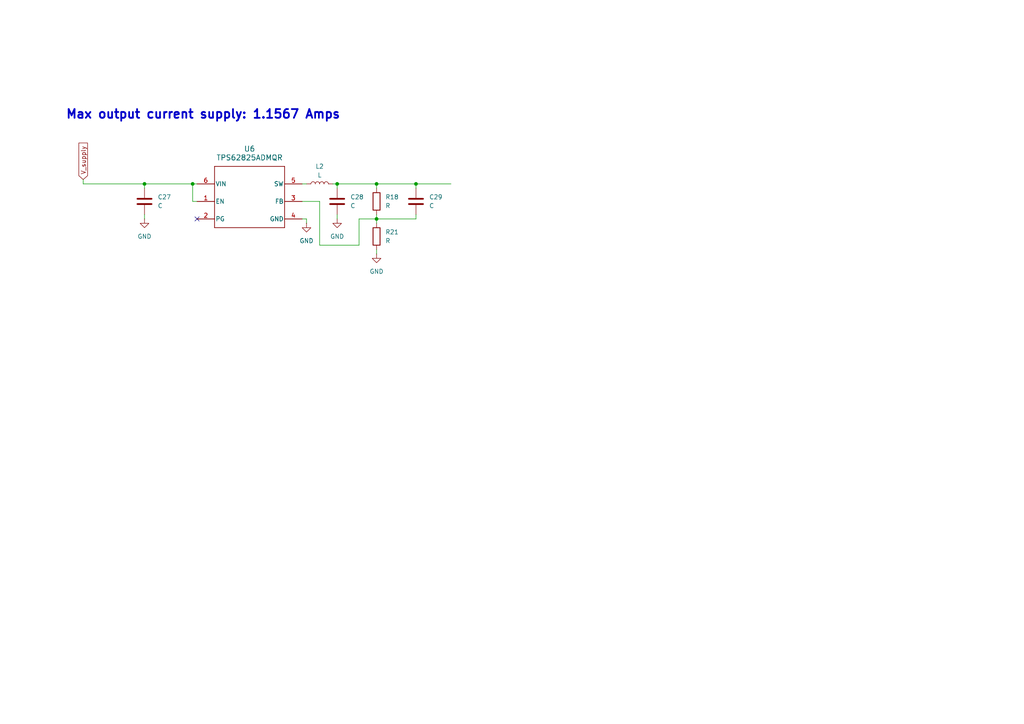
<source format=kicad_sch>
(kicad_sch (version 20231120) (generator "eeschema") (generator_version "8.0")
  (paper "A4")
  (lib_symbols
    (symbol "Device:C" (pin_numbers hide) (pin_names (offset 0.254))
      (property "Reference" "C" (at 0.635 2.54 0))
      (property "Value" "C" (at 0.635 -2.54 0))
      (symbol "C_0_1"
        (polyline (pts (xy -2.032 -0.762) (xy 2.032 -0.762)) (stroke (width 0.508)))
        (polyline (pts (xy -2.032 0.762) (xy 2.032 0.762)) (stroke (width 0.508)))
      )
      (symbol "C_1_1"
        (pin passive line (at 0 3.81 270) (length 2.794) (name "~") (number "1"))
        (pin passive line (at 0 -3.81 90) (length 2.794) (name "~") (number "2"))
      )
    )
    (symbol "Device:L" (pin_numbers hide) (pin_names (offset 1.016) hide)
      (property "Reference" "L" (at -1.27 0 90))
      (property "Value" "L" (at 1.905 0 90))
      (symbol "L_0_1"
        (arc (start 0 -2.54) (mid 0.6323 -1.905) (end 0 -1.27))
        (arc (start 0 -1.27) (mid 0.6323 -0.635) (end 0 0))
        (arc (start 0 0) (mid 0.6323 0.635) (end 0 1.27))
        (arc (start 0 1.27) (mid 0.6323 1.905) (end 0 2.54))
      )
      (symbol "L_1_1"
        (pin passive line (at 0 3.81 270) (length 1.27) (name "1") (number "1"))
        (pin passive line (at 0 -3.81 90) (length 1.27) (name "2") (number "2"))
      )
    )
    (symbol "Device:R" (pin_numbers hide) (pin_names (offset 0))
      (property "Reference" "R" (at 2.032 0 90))
      (property "Value" "R" (at 0 0 90))
      (symbol "R_0_1"
        (rectangle (start -1.016 -2.54) (end 1.016 2.54) (stroke (width 0.254)))
      )
      (symbol "R_1_1"
        (pin passive line (at 0 3.81 270) (length 1.27) (name "~") (number "1"))
        (pin passive line (at 0 -3.81 90) (length 1.27) (name "~") (number "2"))
      )
    )
    (symbol "capstone:TPS62825ADMQR" (pin_names (offset 0.254))
      (property "Reference" "U" (at 15.748 9.652 0))
      (property "Value" "TPS62825ADMQR" (at 15.494 6.858 0))
      (symbol "TPS62825ADMQR_0_1"
        (polyline (pts (xy 5.08 -12.7) (xy 25.4 -12.7)) (stroke (width 0.2032)))
        (polyline (pts (xy 5.08 5.08) (xy 5.08 -12.7)) (stroke (width 0.2032)))
        (polyline (pts (xy 25.4 -12.7) (xy 25.4 5.08)) (stroke (width 0.2032)))
        (polyline (pts (xy 25.4 5.08) (xy 5.08 5.08)) (stroke (width 0.2032)))
        (pin input line (at 0 -5.08 0) (length 5.08) (name "EN") (number "1"))
        (pin open_collector line (at 0 -10.16 0) (length 5.08) (name "PG") (number "2"))
        (pin unspecified line (at 30.48 -5.08 180) (length 5.08) (name "FB") (number "3"))
        (pin power_in line (at 30.48 -10.16 180) (length 5.08) (name "GND") (number "4"))
        (pin power_in line (at 30.48 0 180) (length 5.08) (name "SW") (number "5"))
        (pin power_in line (at 0 0 0) (length 5.08) (name "VIN") (number "6"))
      )
    )
    (symbol "power:GND" (power) (pin_numbers hide) (pin_names (offset 0) hide)
      (property "Value" "GND" (at 0 -3.81 0))
      (symbol "GND_0_1"
        (polyline (pts (xy 0 0) (xy 0 -1.27) (xy 1.27 -1.27) (xy 0 -2.54) (xy -1.27 -1.27) (xy 0 -1.27)))
      )
      (symbol "GND_1_1"
        (pin power_in line (at 0 0 270) (length 0) (name "~") (number "1"))
      )
    )
  )
  (junction (at 120.65 53.34))
  (junction (at 109.22 53.34))
  (junction (at 97.79 53.34))
  (junction (at 109.22 63.5))
  (junction (at 41.91 53.34))
  (junction (at 55.88 53.34))
  (no_connect (at 57.15 63.5))
  (wire (pts (xy 109.22 62.23) (xy 109.22 63.5)))
  (wire (pts (xy 24.13 53.34) (xy 41.91 53.34)))
  (wire (pts (xy 97.79 63.5) (xy 97.79 62.23)))
  (wire (pts (xy 88.9 63.5) (xy 88.9 64.77)))
  (wire (pts (xy 97.79 53.34) (xy 109.22 53.34)))
  (wire (pts (xy 92.71 71.12) (xy 104.14 71.12)))
  (wire (pts (xy 55.88 53.34) (xy 57.15 53.34)))
  (wire (pts (xy 109.22 72.39) (xy 109.22 73.66)))
  (wire (pts (xy 97.79 53.34) (xy 97.79 54.61)))
  (wire (pts (xy 109.22 53.34) (xy 120.65 53.34)))
  (wire (pts (xy 104.14 71.12) (xy 104.14 63.5)))
  (wire (pts (xy 24.13 52.07) (xy 24.13 53.34)))
  (wire (pts (xy 120.65 53.34) (xy 130.81 53.34)))
  (wire (pts (xy 41.91 53.34) (xy 41.91 54.61)))
  (wire (pts (xy 109.22 63.5) (xy 120.65 63.5)))
  (wire (pts (xy 92.71 58.42) (xy 92.71 71.12)))
  (wire (pts (xy 109.22 53.34) (xy 109.22 54.61)))
  (wire (pts (xy 87.63 63.5) (xy 88.9 63.5)))
  (wire (pts (xy 96.52 53.34) (xy 97.79 53.34)))
  (wire (pts (xy 41.91 62.23) (xy 41.91 63.5)))
  (wire (pts (xy 109.22 63.5) (xy 109.22 64.77)))
  (wire (pts (xy 120.65 62.23) (xy 120.65 63.5)))
  (wire (pts (xy 57.15 58.42) (xy 55.88 58.42)))
  (wire (pts (xy 120.65 53.34) (xy 120.65 54.61)))
  (wire (pts (xy 55.88 58.42) (xy 55.88 53.34)))
  (wire (pts (xy 104.14 63.5) (xy 109.22 63.5)))
  (wire (pts (xy 55.88 53.34) (xy 41.91 53.34)))
  (wire (pts (xy 87.63 53.34) (xy 88.9 53.34)))
  (wire (pts (xy 87.63 58.42) (xy 92.71 58.42)))
  (text "Max output current supply: 1.1567 Amps\n" (at 58.928 33.274 0) (effects (font (size 2.54 2.54) (thickness 0.508) (bold yes))))
  (global_label "V_supply" (shape input) (at 24.13 52.07 90) (property "Intersheetrefs" "${INTERSHEET_REFS}" (effects (hide yes))))
  (symbol (lib_id "power:GND") (at 88.9 64.77 0) (unit 1)
    (property "Reference" "#PWR047" (effects (hide yes)))
    (property "Value" "GND" (at 88.9 69.85 0))
    (property "Description" "Power symbol creates a global label with name \"GND\" , ground" (effects (hide yes)))
  )
  (symbol (lib_id "Device:C") (at 41.91 58.42 0) (unit 1)
    (property "Reference" "C27" (at 45.72 57.1499 0) (effects (justify left)))
    (property "Value" "C" (at 45.72 59.6899 0) (effects (justify left)))
    (property "Description" "Unpolarized capacitor" (effects (hide yes)))
  )
  (symbol (lib_id "capstone:TPS62825ADMQR") (at 57.15 53.34 0) (unit 1)
    (property "Reference" "U6" (at 72.39 43.18 0) (effects (font (size 1.524 1.524))))
    (property "Value" "TPS62825ADMQR" (at 72.39 45.72 0) (effects (font (size 1.524 1.524))))
    (property "Footprint" "DMQ0006A-MFG" (effects (hide yes)))
    (property "Datasheet" "https://www.ti.com/lit/ds/symlink/tps62825a.pdf?ts=1736755357623&ref_url=https%253A%252F%252Fwww.mouser.cn%252F" (effects (hide yes)))
  )
  (symbol (lib_id "Device:L") (at 92.71 53.34 90) (unit 1)
    (property "Reference" "L2" (at 92.71 48.26 90))
    (property "Value" "L" (at 92.71 50.8 90))
    (property "Description" "Inductor" (effects (hide yes)))
  )
  (symbol (lib_id "power:GND") (at 109.22 73.66 0) (unit 1)
    (property "Reference" "#PWR051" (effects (hide yes)))
    (property "Value" "GND" (at 109.22 78.74 0))
    (property "Description" "Power symbol creates a global label with name \"GND\" , ground" (effects (hide yes)))
  )
  (symbol (lib_id "Device:C") (at 97.79 58.42 0) (unit 1)
    (property "Reference" "C28" (at 101.6 57.1499 0) (effects (justify left)))
    (property "Value" "C" (at 101.6 59.6899 0) (effects (justify left)))
    (property "Description" "Unpolarized capacitor" (effects (hide yes)))
  )
  (symbol (lib_id "Device:R") (at 109.22 68.58 0) (unit 1)
    (property "Reference" "R21" (at 111.76 67.3099 0) (effects (justify left)))
    (property "Value" "R" (at 111.76 69.8499 0) (effects (justify left)))
    (property "Description" "Resistor" (effects (hide yes)))
  )
  (symbol (lib_id "Device:R") (at 109.22 58.42 0) (unit 1)
    (property "Reference" "R18" (at 111.76 57.1499 0) (effects (justify left)))
    (property "Value" "R" (at 111.76 59.6899 0) (effects (justify left)))
    (property "Description" "Resistor" (effects (hide yes)))
  )
  (symbol (lib_id "power:GND") (at 41.91 63.5 0) (unit 1)
    (property "Reference" "#PWR046" (effects (hide yes)))
    (property "Value" "GND" (at 41.91 68.58 0))
    (property "Description" "Power symbol creates a global label with name \"GND\" , ground" (effects (hide yes)))
  )
  (symbol (lib_id "Device:C") (at 120.65 58.42 0) (unit 1)
    (property "Reference" "C29" (at 124.46 57.1499 0) (effects (justify left)))
    (property "Value" "C" (at 124.46 59.6899 0) (effects (justify left)))
    (property "Description" "Unpolarized capacitor" (effects (hide yes)))
  )
  (symbol (lib_id "power:GND") (at 97.79 63.5 0) (unit 1)
    (property "Reference" "#PWR048" (effects (hide yes)))
    (property "Value" "GND" (at 97.79 68.58 0))
    (property "Description" "Power symbol creates a global label with name \"GND\" , ground" (effects (hide yes)))
  )
)
</source>
